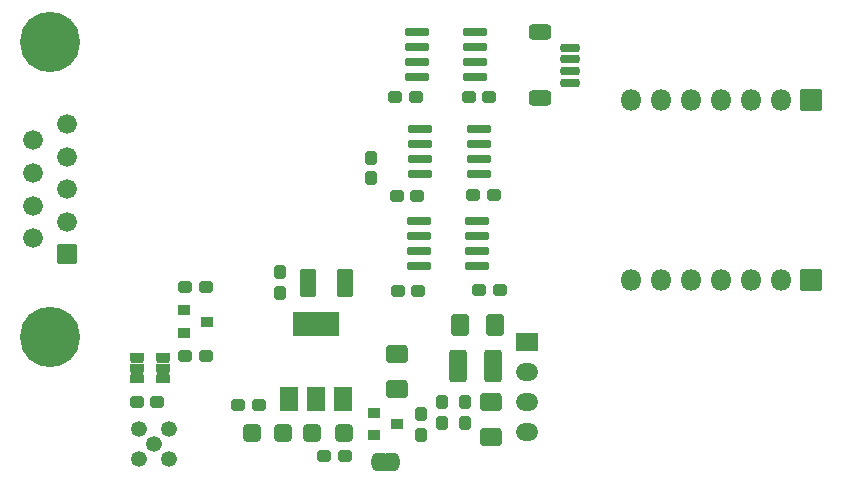
<source format=gbr>
%TF.GenerationSoftware,KiCad,Pcbnew,(6.0.4-0)*%
%TF.CreationDate,2022-06-27T11:15:04-06:00*%
%TF.ProjectId,DAC_pockel,4441435f-706f-4636-9b65-6c2e6b696361,rev?*%
%TF.SameCoordinates,Original*%
%TF.FileFunction,Soldermask,Top*%
%TF.FilePolarity,Negative*%
%FSLAX46Y46*%
G04 Gerber Fmt 4.6, Leading zero omitted, Abs format (unit mm)*
G04 Created by KiCad (PCBNEW (6.0.4-0)) date 2022-06-27 11:15:04*
%MOMM*%
%LPD*%
G01*
G04 APERTURE LIST*
G04 Aperture macros list*
%AMRoundRect*
0 Rectangle with rounded corners*
0 $1 Rounding radius*
0 $2 $3 $4 $5 $6 $7 $8 $9 X,Y pos of 4 corners*
0 Add a 4 corners polygon primitive as box body*
4,1,4,$2,$3,$4,$5,$6,$7,$8,$9,$2,$3,0*
0 Add four circle primitives for the rounded corners*
1,1,$1+$1,$2,$3*
1,1,$1+$1,$4,$5*
1,1,$1+$1,$6,$7*
1,1,$1+$1,$8,$9*
0 Add four rect primitives between the rounded corners*
20,1,$1+$1,$2,$3,$4,$5,0*
20,1,$1+$1,$4,$5,$6,$7,0*
20,1,$1+$1,$6,$7,$8,$9,0*
20,1,$1+$1,$8,$9,$2,$3,0*%
%AMFreePoly0*
4,1,37,0.012349,0.795885,0.074216,0.795507,0.088518,0.793370,0.224339,0.752751,0.237465,0.746685,0.356427,0.669578,0.367324,0.660073,0.459862,0.552676,0.467652,0.540494,0.526329,0.411442,0.530388,0.397563,0.550485,0.257230,0.551000,0.250000,0.551000,-0.250000,0.550996,-0.250622,0.550847,-0.262838,0.550144,-0.270677,0.526624,-0.410478,0.522228,-0.424254,0.460416,-0.551833,
0.452330,-0.563821,0.357195,-0.668925,0.346069,-0.678161,0.225259,-0.752338,0.211989,-0.758081,0.075216,-0.795370,0.060866,-0.797157,0.011464,-0.796251,0.000000,-0.801000,-0.500000,-0.801000,-0.536062,-0.786062,-0.551000,-0.750000,-0.551000,0.750000,-0.536062,0.786062,-0.500000,0.801000,0.000000,0.801000,0.012349,0.795885,0.012349,0.795885,$1*%
%AMFreePoly1*
4,1,37,0.536062,0.786062,0.551000,0.750000,0.551000,-0.750000,0.536062,-0.786062,0.500000,-0.801000,0.000000,-0.801000,-0.012525,-0.795812,-0.080875,-0.794559,-0.095149,-0.792248,-0.230464,-0.749973,-0.243516,-0.743747,-0.361526,-0.665192,-0.372306,-0.655554,-0.463526,-0.547035,-0.471167,-0.534759,-0.528262,-0.405000,-0.532150,-0.391073,-0.549733,-0.256613,-0.548336,-0.256430,-0.551000,-0.250000,
-0.551000,0.250000,-0.550512,0.251179,-0.550356,0.263956,-0.528545,0.404033,-0.524317,0.417860,-0.464069,0.546185,-0.456130,0.558271,-0.362286,0.664529,-0.351274,0.673901,-0.231379,0.749549,-0.218180,0.755454,-0.081873,0.794411,-0.067546,0.796373,-0.011990,0.796033,0.000000,0.801000,0.500000,0.801000,0.536062,0.786062,0.536062,0.786062,$1*%
G04 Aperture macros list end*
%ADD10C,5.102000*%
%ADD11C,1.677000*%
%ADD12RoundRect,0.051000X-0.787500X0.787500X-0.787500X-0.787500X0.787500X-0.787500X0.787500X0.787500X0*%
%ADD13RoundRect,0.301000X0.650000X-0.350000X0.650000X0.350000X-0.650000X0.350000X-0.650000X-0.350000X0*%
%ADD14RoundRect,0.201000X0.625000X-0.150000X0.625000X0.150000X-0.625000X0.150000X-0.625000X-0.150000X0*%
%ADD15RoundRect,0.288500X0.237500X-0.287500X0.237500X0.287500X-0.237500X0.287500X-0.237500X-0.287500X0*%
%ADD16RoundRect,0.288500X-0.287500X-0.237500X0.287500X-0.237500X0.287500X0.237500X-0.287500X0.237500X0*%
%ADD17RoundRect,0.201000X0.825000X0.150000X-0.825000X0.150000X-0.825000X-0.150000X0.825000X-0.150000X0*%
%ADD18O,1.802000X1.802000*%
%ADD19RoundRect,0.051000X-0.850000X0.850000X-0.850000X-0.850000X0.850000X-0.850000X0.850000X0.850000X0*%
%ADD20RoundRect,0.051000X-0.450000X-0.400000X0.450000X-0.400000X0.450000X0.400000X-0.450000X0.400000X0*%
%ADD21RoundRect,0.051000X-0.530000X-0.325000X0.530000X-0.325000X0.530000X0.325000X-0.530000X0.325000X0*%
%ADD22RoundRect,0.301000X-0.412500X-0.925000X0.412500X-0.925000X0.412500X0.925000X-0.412500X0.925000X0*%
%ADD23RoundRect,0.051000X0.750000X-1.000000X0.750000X1.000000X-0.750000X1.000000X-0.750000X-1.000000X0*%
%ADD24RoundRect,0.051000X1.900000X-1.000000X1.900000X1.000000X-1.900000X1.000000X-1.900000X-1.000000X0*%
%ADD25RoundRect,0.288500X0.287500X0.237500X-0.287500X0.237500X-0.287500X-0.237500X0.287500X-0.237500X0*%
%ADD26RoundRect,0.301000X0.450000X0.425000X-0.450000X0.425000X-0.450000X-0.425000X0.450000X-0.425000X0*%
%ADD27RoundRect,0.301001X0.624999X-0.462499X0.624999X0.462499X-0.624999X0.462499X-0.624999X-0.462499X0*%
%ADD28RoundRect,0.051000X-0.900000X0.700000X-0.900000X-0.700000X0.900000X-0.700000X0.900000X0.700000X0*%
%ADD29O,1.902000X1.502000*%
%ADD30RoundRect,0.301001X0.462499X1.074999X-0.462499X1.074999X-0.462499X-1.074999X0.462499X-1.074999X0*%
%ADD31FreePoly0,180.000000*%
%ADD32FreePoly1,180.000000*%
%ADD33C,1.342000*%
%ADD34RoundRect,0.288500X-0.237500X0.287500X-0.237500X-0.287500X0.237500X-0.287500X0.237500X0.287500X0*%
%ADD35RoundRect,0.301001X-0.462499X-0.624999X0.462499X-0.624999X0.462499X0.624999X-0.462499X0.624999X0*%
G04 APERTURE END LIST*
D10*
%TO.C,J1*%
X97600000Y-81000000D03*
D11*
X96180000Y-64360000D03*
X96180000Y-67120000D03*
X96180000Y-69880000D03*
X96180000Y-72640000D03*
X99020000Y-62980000D03*
X99020000Y-65740000D03*
X99020000Y-71260000D03*
D12*
X99020000Y-74020000D03*
D10*
X97600000Y-56000000D03*
D11*
X99020000Y-68500000D03*
%TD*%
D13*
%TO.C,J6*%
X139100000Y-55200000D03*
X139100000Y-60800000D03*
D14*
X141625000Y-56500000D03*
X141625000Y-57500000D03*
X141625000Y-58500000D03*
X141625000Y-59500000D03*
%TD*%
D15*
%TO.C,R3*%
X124800000Y-65825000D03*
X124800000Y-67575000D03*
%TD*%
D16*
%TO.C,C16*%
X135175000Y-69000000D03*
X133425000Y-69000000D03*
%TD*%
D17*
%TO.C,U6*%
X128925000Y-67205000D03*
X128925000Y-65935000D03*
X128925000Y-64665000D03*
X128925000Y-63395000D03*
X133875000Y-63395000D03*
X133875000Y-64665000D03*
X133875000Y-65935000D03*
X133875000Y-67205000D03*
%TD*%
D18*
%TO.C,J3*%
X146760000Y-76220000D03*
X149300000Y-76220000D03*
X151840000Y-76220000D03*
X154380000Y-76220000D03*
X156920000Y-76220000D03*
X159460000Y-76220000D03*
D19*
X162000000Y-76220000D03*
%TD*%
D18*
%TO.C,J2*%
X146760000Y-60980000D03*
X149300000Y-60980000D03*
X151840000Y-60980000D03*
X154380000Y-60980000D03*
X156920000Y-60980000D03*
X159460000Y-60980000D03*
D19*
X162000000Y-60980000D03*
%TD*%
D17*
%TO.C,IC1*%
X128625000Y-59005000D03*
X128625000Y-57735000D03*
X128625000Y-56465000D03*
X128625000Y-55195000D03*
X133575000Y-55195000D03*
X133575000Y-56465000D03*
X133575000Y-57735000D03*
X133575000Y-59005000D03*
%TD*%
D16*
%TO.C,C17*%
X128675000Y-69100000D03*
X126925000Y-69100000D03*
%TD*%
D20*
%TO.C,U5*%
X110900000Y-79700000D03*
X108900000Y-80650000D03*
X108900000Y-78750000D03*
%TD*%
D21*
%TO.C,U3*%
X107150000Y-83620000D03*
X107150000Y-82670000D03*
X107150000Y-84570000D03*
X104950000Y-84570000D03*
X104950000Y-83620000D03*
X104950000Y-82670000D03*
%TD*%
D16*
%TO.C,C15*%
X110775000Y-82600000D03*
X109025000Y-82600000D03*
%TD*%
%TO.C,C14*%
X106675000Y-86500000D03*
X104925000Y-86500000D03*
%TD*%
D15*
%TO.C,C9*%
X117100000Y-75525000D03*
X117100000Y-77275000D03*
%TD*%
D22*
%TO.C,C6*%
X122537500Y-76400000D03*
X119462500Y-76400000D03*
%TD*%
D23*
%TO.C,U2*%
X117800000Y-86250000D03*
X122400000Y-86250000D03*
X120100000Y-86250000D03*
D24*
X120100000Y-79950000D03*
%TD*%
D25*
%TO.C,R2*%
X115275000Y-86800000D03*
X113525000Y-86800000D03*
%TD*%
D26*
%TO.C,C13*%
X114650000Y-89100000D03*
X117350000Y-89100000D03*
%TD*%
%TO.C,C10*%
X119750000Y-89100000D03*
X122450000Y-89100000D03*
%TD*%
D27*
%TO.C,C8*%
X127000000Y-82412500D03*
X127000000Y-85387500D03*
%TD*%
D17*
%TO.C,U4*%
X128825000Y-75005000D03*
X128825000Y-73735000D03*
X128825000Y-72465000D03*
X128825000Y-71195000D03*
X133775000Y-71195000D03*
X133775000Y-72465000D03*
X133775000Y-73735000D03*
X133775000Y-75005000D03*
%TD*%
D16*
%TO.C,C12*%
X128775000Y-77100000D03*
X127025000Y-77100000D03*
%TD*%
%TO.C,C11*%
X135675000Y-77000000D03*
X133925000Y-77000000D03*
%TD*%
%TO.C,C26*%
X128575000Y-60700000D03*
X126825000Y-60700000D03*
%TD*%
%TO.C,C25*%
X134775000Y-60700000D03*
X133025000Y-60700000D03*
%TD*%
D15*
%TO.C,R1*%
X129000000Y-87525000D03*
X129000000Y-89275000D03*
%TD*%
D20*
%TO.C,Q1*%
X127000000Y-88400000D03*
X125000000Y-89350000D03*
X125000000Y-87450000D03*
%TD*%
D28*
%TO.C,PS1*%
X138000000Y-81400000D03*
D29*
X138000000Y-83940000D03*
X138000000Y-86480000D03*
X138000000Y-89020000D03*
%TD*%
D30*
%TO.C,L1*%
X132112500Y-83500000D03*
X135087500Y-83500000D03*
%TD*%
D31*
%TO.C,JP1*%
X125350000Y-91600000D03*
D32*
X126650000Y-91600000D03*
%TD*%
D33*
%TO.C,J7*%
X107670000Y-91370000D03*
X105130000Y-88830000D03*
X107670000Y-88830000D03*
X105130000Y-91370000D03*
X106400000Y-90100000D03*
%TD*%
D25*
%TO.C,C7*%
X120825000Y-91100000D03*
X122575000Y-91100000D03*
%TD*%
D34*
%TO.C,C5*%
X130800000Y-88250000D03*
X130800000Y-86500000D03*
%TD*%
%TO.C,C4*%
X132700000Y-88275000D03*
X132700000Y-86525000D03*
%TD*%
D27*
%TO.C,C3*%
X134900000Y-86512500D03*
X134900000Y-89487500D03*
%TD*%
D35*
%TO.C,C2*%
X135287500Y-80000000D03*
X132312500Y-80000000D03*
%TD*%
D25*
%TO.C,C1*%
X109025000Y-76800000D03*
X110775000Y-76800000D03*
%TD*%
G36*
X125899267Y-90833301D02*
G01*
X125950946Y-90876489D01*
X126019661Y-90885120D01*
X126082291Y-90855156D01*
X126100348Y-90834318D01*
X126102238Y-90833664D01*
X126103749Y-90834974D01*
X126103821Y-90836018D01*
X126101000Y-90850199D01*
X126101000Y-92349801D01*
X126103978Y-92364774D01*
X126103335Y-92366668D01*
X126101373Y-92367058D01*
X126100733Y-92366699D01*
X126049054Y-92323511D01*
X125980339Y-92314880D01*
X125917709Y-92344844D01*
X125899652Y-92365682D01*
X125897762Y-92366336D01*
X125896251Y-92365026D01*
X125896179Y-92363982D01*
X125899000Y-92349801D01*
X125899000Y-90850199D01*
X125896022Y-90835226D01*
X125896665Y-90833332D01*
X125898627Y-90832942D01*
X125899267Y-90833301D01*
G37*
G36*
X107696668Y-83991665D02*
G01*
X107697058Y-83993627D01*
X107696699Y-83994267D01*
X107653511Y-84045946D01*
X107644880Y-84114661D01*
X107674844Y-84177291D01*
X107695682Y-84195348D01*
X107696336Y-84197238D01*
X107695026Y-84198749D01*
X107693982Y-84198821D01*
X107679801Y-84196000D01*
X106620199Y-84196000D01*
X106605226Y-84198978D01*
X106603332Y-84198335D01*
X106602942Y-84196373D01*
X106603301Y-84195733D01*
X106646489Y-84144054D01*
X106655120Y-84075339D01*
X106625156Y-84012709D01*
X106604318Y-83994652D01*
X106603664Y-83992762D01*
X106604974Y-83991251D01*
X106606018Y-83991179D01*
X106620199Y-83994000D01*
X107679801Y-83994000D01*
X107694774Y-83991022D01*
X107696668Y-83991665D01*
G37*
G36*
X105496668Y-83991665D02*
G01*
X105497058Y-83993627D01*
X105496699Y-83994267D01*
X105453511Y-84045946D01*
X105444880Y-84114661D01*
X105474844Y-84177291D01*
X105495682Y-84195348D01*
X105496336Y-84197238D01*
X105495026Y-84198749D01*
X105493982Y-84198821D01*
X105479801Y-84196000D01*
X104420199Y-84196000D01*
X104405226Y-84198978D01*
X104403332Y-84198335D01*
X104402942Y-84196373D01*
X104403301Y-84195733D01*
X104446489Y-84144054D01*
X104455120Y-84075339D01*
X104425156Y-84012709D01*
X104404318Y-83994652D01*
X104403664Y-83992762D01*
X104404974Y-83991251D01*
X104406018Y-83991179D01*
X104420199Y-83994000D01*
X105479801Y-83994000D01*
X105494774Y-83991022D01*
X105496668Y-83991665D01*
G37*
G36*
X105496668Y-83041665D02*
G01*
X105497058Y-83043627D01*
X105496699Y-83044267D01*
X105453511Y-83095946D01*
X105444880Y-83164661D01*
X105474844Y-83227291D01*
X105495682Y-83245348D01*
X105496336Y-83247238D01*
X105495026Y-83248749D01*
X105493982Y-83248821D01*
X105479801Y-83246000D01*
X104420199Y-83246000D01*
X104405226Y-83248978D01*
X104403332Y-83248335D01*
X104402942Y-83246373D01*
X104403301Y-83245733D01*
X104446489Y-83194054D01*
X104455120Y-83125339D01*
X104425156Y-83062709D01*
X104404318Y-83044652D01*
X104403664Y-83042762D01*
X104404974Y-83041251D01*
X104406018Y-83041179D01*
X104420199Y-83044000D01*
X105479801Y-83044000D01*
X105494774Y-83041022D01*
X105496668Y-83041665D01*
G37*
G36*
X107696668Y-83041665D02*
G01*
X107697058Y-83043627D01*
X107696699Y-83044267D01*
X107653511Y-83095946D01*
X107644880Y-83164661D01*
X107674844Y-83227291D01*
X107695682Y-83245348D01*
X107696336Y-83247238D01*
X107695026Y-83248749D01*
X107693982Y-83248821D01*
X107679801Y-83246000D01*
X106620199Y-83246000D01*
X106605226Y-83248978D01*
X106603332Y-83248335D01*
X106602942Y-83246373D01*
X106603301Y-83245733D01*
X106646489Y-83194054D01*
X106655120Y-83125339D01*
X106625156Y-83062709D01*
X106604318Y-83044652D01*
X106603664Y-83042762D01*
X106604974Y-83041251D01*
X106606018Y-83041179D01*
X106620199Y-83044000D01*
X107679801Y-83044000D01*
X107694774Y-83041022D01*
X107696668Y-83041665D01*
G37*
M02*

</source>
